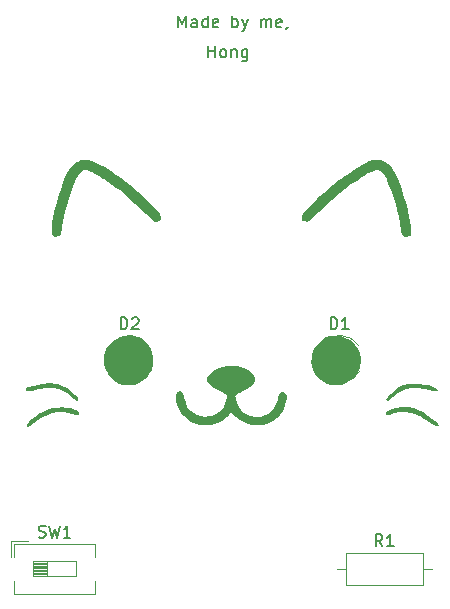
<source format=gbr>
%TF.GenerationSoftware,KiCad,Pcbnew,7.0.7*%
%TF.CreationDate,2023-09-10T14:40:22-07:00*%
%TF.ProjectId,cat-project,6361742d-7072-46f6-9a65-63742e6b6963,rev?*%
%TF.SameCoordinates,Original*%
%TF.FileFunction,Legend,Top*%
%TF.FilePolarity,Positive*%
%FSLAX46Y46*%
G04 Gerber Fmt 4.6, Leading zero omitted, Abs format (unit mm)*
G04 Created by KiCad (PCBNEW 7.0.7) date 2023-09-10 14:40:22*
%MOMM*%
%LPD*%
G01*
G04 APERTURE LIST*
%ADD10C,0.150000*%
%ADD11C,0.120000*%
G04 APERTURE END LIST*
D10*
X185756779Y-40509819D02*
X185756779Y-39509819D01*
X185756779Y-39986009D02*
X186328207Y-39986009D01*
X186328207Y-40509819D02*
X186328207Y-39509819D01*
X186947255Y-40509819D02*
X186852017Y-40462200D01*
X186852017Y-40462200D02*
X186804398Y-40414580D01*
X186804398Y-40414580D02*
X186756779Y-40319342D01*
X186756779Y-40319342D02*
X186756779Y-40033628D01*
X186756779Y-40033628D02*
X186804398Y-39938390D01*
X186804398Y-39938390D02*
X186852017Y-39890771D01*
X186852017Y-39890771D02*
X186947255Y-39843152D01*
X186947255Y-39843152D02*
X187090112Y-39843152D01*
X187090112Y-39843152D02*
X187185350Y-39890771D01*
X187185350Y-39890771D02*
X187232969Y-39938390D01*
X187232969Y-39938390D02*
X187280588Y-40033628D01*
X187280588Y-40033628D02*
X187280588Y-40319342D01*
X187280588Y-40319342D02*
X187232969Y-40414580D01*
X187232969Y-40414580D02*
X187185350Y-40462200D01*
X187185350Y-40462200D02*
X187090112Y-40509819D01*
X187090112Y-40509819D02*
X186947255Y-40509819D01*
X187709160Y-39843152D02*
X187709160Y-40509819D01*
X187709160Y-39938390D02*
X187756779Y-39890771D01*
X187756779Y-39890771D02*
X187852017Y-39843152D01*
X187852017Y-39843152D02*
X187994874Y-39843152D01*
X187994874Y-39843152D02*
X188090112Y-39890771D01*
X188090112Y-39890771D02*
X188137731Y-39986009D01*
X188137731Y-39986009D02*
X188137731Y-40509819D01*
X189042493Y-39843152D02*
X189042493Y-40652676D01*
X189042493Y-40652676D02*
X188994874Y-40747914D01*
X188994874Y-40747914D02*
X188947255Y-40795533D01*
X188947255Y-40795533D02*
X188852017Y-40843152D01*
X188852017Y-40843152D02*
X188709160Y-40843152D01*
X188709160Y-40843152D02*
X188613922Y-40795533D01*
X189042493Y-40462200D02*
X188947255Y-40509819D01*
X188947255Y-40509819D02*
X188756779Y-40509819D01*
X188756779Y-40509819D02*
X188661541Y-40462200D01*
X188661541Y-40462200D02*
X188613922Y-40414580D01*
X188613922Y-40414580D02*
X188566303Y-40319342D01*
X188566303Y-40319342D02*
X188566303Y-40033628D01*
X188566303Y-40033628D02*
X188613922Y-39938390D01*
X188613922Y-39938390D02*
X188661541Y-39890771D01*
X188661541Y-39890771D02*
X188756779Y-39843152D01*
X188756779Y-39843152D02*
X188947255Y-39843152D01*
X188947255Y-39843152D02*
X189042493Y-39890771D01*
X183216779Y-37969819D02*
X183216779Y-36969819D01*
X183216779Y-36969819D02*
X183550112Y-37684104D01*
X183550112Y-37684104D02*
X183883445Y-36969819D01*
X183883445Y-36969819D02*
X183883445Y-37969819D01*
X184788207Y-37969819D02*
X184788207Y-37446009D01*
X184788207Y-37446009D02*
X184740588Y-37350771D01*
X184740588Y-37350771D02*
X184645350Y-37303152D01*
X184645350Y-37303152D02*
X184454874Y-37303152D01*
X184454874Y-37303152D02*
X184359636Y-37350771D01*
X184788207Y-37922200D02*
X184692969Y-37969819D01*
X184692969Y-37969819D02*
X184454874Y-37969819D01*
X184454874Y-37969819D02*
X184359636Y-37922200D01*
X184359636Y-37922200D02*
X184312017Y-37826961D01*
X184312017Y-37826961D02*
X184312017Y-37731723D01*
X184312017Y-37731723D02*
X184359636Y-37636485D01*
X184359636Y-37636485D02*
X184454874Y-37588866D01*
X184454874Y-37588866D02*
X184692969Y-37588866D01*
X184692969Y-37588866D02*
X184788207Y-37541247D01*
X185692969Y-37969819D02*
X185692969Y-36969819D01*
X185692969Y-37922200D02*
X185597731Y-37969819D01*
X185597731Y-37969819D02*
X185407255Y-37969819D01*
X185407255Y-37969819D02*
X185312017Y-37922200D01*
X185312017Y-37922200D02*
X185264398Y-37874580D01*
X185264398Y-37874580D02*
X185216779Y-37779342D01*
X185216779Y-37779342D02*
X185216779Y-37493628D01*
X185216779Y-37493628D02*
X185264398Y-37398390D01*
X185264398Y-37398390D02*
X185312017Y-37350771D01*
X185312017Y-37350771D02*
X185407255Y-37303152D01*
X185407255Y-37303152D02*
X185597731Y-37303152D01*
X185597731Y-37303152D02*
X185692969Y-37350771D01*
X186550112Y-37922200D02*
X186454874Y-37969819D01*
X186454874Y-37969819D02*
X186264398Y-37969819D01*
X186264398Y-37969819D02*
X186169160Y-37922200D01*
X186169160Y-37922200D02*
X186121541Y-37826961D01*
X186121541Y-37826961D02*
X186121541Y-37446009D01*
X186121541Y-37446009D02*
X186169160Y-37350771D01*
X186169160Y-37350771D02*
X186264398Y-37303152D01*
X186264398Y-37303152D02*
X186454874Y-37303152D01*
X186454874Y-37303152D02*
X186550112Y-37350771D01*
X186550112Y-37350771D02*
X186597731Y-37446009D01*
X186597731Y-37446009D02*
X186597731Y-37541247D01*
X186597731Y-37541247D02*
X186121541Y-37636485D01*
X187788208Y-37969819D02*
X187788208Y-36969819D01*
X187788208Y-37350771D02*
X187883446Y-37303152D01*
X187883446Y-37303152D02*
X188073922Y-37303152D01*
X188073922Y-37303152D02*
X188169160Y-37350771D01*
X188169160Y-37350771D02*
X188216779Y-37398390D01*
X188216779Y-37398390D02*
X188264398Y-37493628D01*
X188264398Y-37493628D02*
X188264398Y-37779342D01*
X188264398Y-37779342D02*
X188216779Y-37874580D01*
X188216779Y-37874580D02*
X188169160Y-37922200D01*
X188169160Y-37922200D02*
X188073922Y-37969819D01*
X188073922Y-37969819D02*
X187883446Y-37969819D01*
X187883446Y-37969819D02*
X187788208Y-37922200D01*
X188597732Y-37303152D02*
X188835827Y-37969819D01*
X189073922Y-37303152D02*
X188835827Y-37969819D01*
X188835827Y-37969819D02*
X188740589Y-38207914D01*
X188740589Y-38207914D02*
X188692970Y-38255533D01*
X188692970Y-38255533D02*
X188597732Y-38303152D01*
X190216780Y-37969819D02*
X190216780Y-37303152D01*
X190216780Y-37398390D02*
X190264399Y-37350771D01*
X190264399Y-37350771D02*
X190359637Y-37303152D01*
X190359637Y-37303152D02*
X190502494Y-37303152D01*
X190502494Y-37303152D02*
X190597732Y-37350771D01*
X190597732Y-37350771D02*
X190645351Y-37446009D01*
X190645351Y-37446009D02*
X190645351Y-37969819D01*
X190645351Y-37446009D02*
X190692970Y-37350771D01*
X190692970Y-37350771D02*
X190788208Y-37303152D01*
X190788208Y-37303152D02*
X190931065Y-37303152D01*
X190931065Y-37303152D02*
X191026304Y-37350771D01*
X191026304Y-37350771D02*
X191073923Y-37446009D01*
X191073923Y-37446009D02*
X191073923Y-37969819D01*
X191931065Y-37922200D02*
X191835827Y-37969819D01*
X191835827Y-37969819D02*
X191645351Y-37969819D01*
X191645351Y-37969819D02*
X191550113Y-37922200D01*
X191550113Y-37922200D02*
X191502494Y-37826961D01*
X191502494Y-37826961D02*
X191502494Y-37446009D01*
X191502494Y-37446009D02*
X191550113Y-37350771D01*
X191550113Y-37350771D02*
X191645351Y-37303152D01*
X191645351Y-37303152D02*
X191835827Y-37303152D01*
X191835827Y-37303152D02*
X191931065Y-37350771D01*
X191931065Y-37350771D02*
X191978684Y-37446009D01*
X191978684Y-37446009D02*
X191978684Y-37541247D01*
X191978684Y-37541247D02*
X191502494Y-37636485D01*
X192454875Y-37922200D02*
X192454875Y-37969819D01*
X192454875Y-37969819D02*
X192407256Y-38065057D01*
X192407256Y-38065057D02*
X192359637Y-38112676D01*
X200493333Y-81904819D02*
X200160000Y-81428628D01*
X199921905Y-81904819D02*
X199921905Y-80904819D01*
X199921905Y-80904819D02*
X200302857Y-80904819D01*
X200302857Y-80904819D02*
X200398095Y-80952438D01*
X200398095Y-80952438D02*
X200445714Y-81000057D01*
X200445714Y-81000057D02*
X200493333Y-81095295D01*
X200493333Y-81095295D02*
X200493333Y-81238152D01*
X200493333Y-81238152D02*
X200445714Y-81333390D01*
X200445714Y-81333390D02*
X200398095Y-81381009D01*
X200398095Y-81381009D02*
X200302857Y-81428628D01*
X200302857Y-81428628D02*
X199921905Y-81428628D01*
X201445714Y-81904819D02*
X200874286Y-81904819D01*
X201160000Y-81904819D02*
X201160000Y-80904819D01*
X201160000Y-80904819D02*
X201064762Y-81047676D01*
X201064762Y-81047676D02*
X200969524Y-81142914D01*
X200969524Y-81142914D02*
X200874286Y-81190533D01*
X196111905Y-63534819D02*
X196111905Y-62534819D01*
X196111905Y-62534819D02*
X196350000Y-62534819D01*
X196350000Y-62534819D02*
X196492857Y-62582438D01*
X196492857Y-62582438D02*
X196588095Y-62677676D01*
X196588095Y-62677676D02*
X196635714Y-62772914D01*
X196635714Y-62772914D02*
X196683333Y-62963390D01*
X196683333Y-62963390D02*
X196683333Y-63106247D01*
X196683333Y-63106247D02*
X196635714Y-63296723D01*
X196635714Y-63296723D02*
X196588095Y-63391961D01*
X196588095Y-63391961D02*
X196492857Y-63487200D01*
X196492857Y-63487200D02*
X196350000Y-63534819D01*
X196350000Y-63534819D02*
X196111905Y-63534819D01*
X197635714Y-63534819D02*
X197064286Y-63534819D01*
X197350000Y-63534819D02*
X197350000Y-62534819D01*
X197350000Y-62534819D02*
X197254762Y-62677676D01*
X197254762Y-62677676D02*
X197159524Y-62772914D01*
X197159524Y-62772914D02*
X197064286Y-62820533D01*
X171396667Y-81117200D02*
X171539524Y-81164819D01*
X171539524Y-81164819D02*
X171777619Y-81164819D01*
X171777619Y-81164819D02*
X171872857Y-81117200D01*
X171872857Y-81117200D02*
X171920476Y-81069580D01*
X171920476Y-81069580D02*
X171968095Y-80974342D01*
X171968095Y-80974342D02*
X171968095Y-80879104D01*
X171968095Y-80879104D02*
X171920476Y-80783866D01*
X171920476Y-80783866D02*
X171872857Y-80736247D01*
X171872857Y-80736247D02*
X171777619Y-80688628D01*
X171777619Y-80688628D02*
X171587143Y-80641009D01*
X171587143Y-80641009D02*
X171491905Y-80593390D01*
X171491905Y-80593390D02*
X171444286Y-80545771D01*
X171444286Y-80545771D02*
X171396667Y-80450533D01*
X171396667Y-80450533D02*
X171396667Y-80355295D01*
X171396667Y-80355295D02*
X171444286Y-80260057D01*
X171444286Y-80260057D02*
X171491905Y-80212438D01*
X171491905Y-80212438D02*
X171587143Y-80164819D01*
X171587143Y-80164819D02*
X171825238Y-80164819D01*
X171825238Y-80164819D02*
X171968095Y-80212438D01*
X172301429Y-80164819D02*
X172539524Y-81164819D01*
X172539524Y-81164819D02*
X172730000Y-80450533D01*
X172730000Y-80450533D02*
X172920476Y-81164819D01*
X172920476Y-81164819D02*
X173158572Y-80164819D01*
X174063333Y-81164819D02*
X173491905Y-81164819D01*
X173777619Y-81164819D02*
X173777619Y-80164819D01*
X173777619Y-80164819D02*
X173682381Y-80307676D01*
X173682381Y-80307676D02*
X173587143Y-80402914D01*
X173587143Y-80402914D02*
X173491905Y-80450533D01*
X178331905Y-63534819D02*
X178331905Y-62534819D01*
X178331905Y-62534819D02*
X178570000Y-62534819D01*
X178570000Y-62534819D02*
X178712857Y-62582438D01*
X178712857Y-62582438D02*
X178808095Y-62677676D01*
X178808095Y-62677676D02*
X178855714Y-62772914D01*
X178855714Y-62772914D02*
X178903333Y-62963390D01*
X178903333Y-62963390D02*
X178903333Y-63106247D01*
X178903333Y-63106247D02*
X178855714Y-63296723D01*
X178855714Y-63296723D02*
X178808095Y-63391961D01*
X178808095Y-63391961D02*
X178712857Y-63487200D01*
X178712857Y-63487200D02*
X178570000Y-63534819D01*
X178570000Y-63534819D02*
X178331905Y-63534819D01*
X179284286Y-62630057D02*
X179331905Y-62582438D01*
X179331905Y-62582438D02*
X179427143Y-62534819D01*
X179427143Y-62534819D02*
X179665238Y-62534819D01*
X179665238Y-62534819D02*
X179760476Y-62582438D01*
X179760476Y-62582438D02*
X179808095Y-62630057D01*
X179808095Y-62630057D02*
X179855714Y-62725295D01*
X179855714Y-62725295D02*
X179855714Y-62820533D01*
X179855714Y-62820533D02*
X179808095Y-62963390D01*
X179808095Y-62963390D02*
X179236667Y-63534819D01*
X179236667Y-63534819D02*
X179855714Y-63534819D01*
%TO.C,G\u002A\u002A\u002A*%
G36*
X175562421Y-49236087D02*
G01*
X175880028Y-49310701D01*
X176228598Y-49434920D01*
X176609827Y-49609598D01*
X177025412Y-49835589D01*
X177477048Y-50113744D01*
X177966434Y-50444917D01*
X178494906Y-50829692D01*
X178806854Y-51069776D01*
X179131322Y-51330317D01*
X179461928Y-51605443D01*
X179792291Y-51889281D01*
X180116027Y-52175958D01*
X180426756Y-52459600D01*
X180718095Y-52734334D01*
X180983661Y-52994288D01*
X181217074Y-53233588D01*
X181411951Y-53446361D01*
X181561910Y-53626733D01*
X181619698Y-53705310D01*
X181696952Y-53829662D01*
X181735989Y-53932254D01*
X181746926Y-54039815D01*
X181746927Y-54041526D01*
X181740723Y-54136298D01*
X181713367Y-54207501D01*
X181651739Y-54281235D01*
X181602768Y-54328332D01*
X181502925Y-54408003D01*
X181414100Y-54455264D01*
X181377729Y-54462803D01*
X181322307Y-54452961D01*
X181252281Y-54420708D01*
X181162568Y-54361955D01*
X181048086Y-54272611D01*
X180903752Y-54148589D01*
X180724483Y-53985798D01*
X180505196Y-53780148D01*
X180373805Y-53655048D01*
X179952771Y-53255600D01*
X179570237Y-52899629D01*
X179218079Y-52580477D01*
X178888174Y-52291488D01*
X178572397Y-52026003D01*
X178262624Y-51777367D01*
X177950731Y-51538921D01*
X177628594Y-51304008D01*
X177288089Y-51065972D01*
X176921092Y-50818154D01*
X176872183Y-50785648D01*
X176504653Y-50550071D01*
X176183005Y-50361922D01*
X175904783Y-50220144D01*
X175667529Y-50123682D01*
X175468788Y-50071481D01*
X175306101Y-50062485D01*
X175223976Y-50077625D01*
X175090708Y-50135081D01*
X174964465Y-50228413D01*
X174841141Y-50363236D01*
X174716630Y-50545163D01*
X174586827Y-50779811D01*
X174447626Y-51072793D01*
X174375173Y-51238343D01*
X174089691Y-51970916D01*
X173838610Y-52751369D01*
X173625566Y-53566418D01*
X173454194Y-54402782D01*
X173375572Y-54890701D01*
X173341042Y-55118443D01*
X173310537Y-55288816D01*
X173280589Y-55412503D01*
X173247731Y-55500188D01*
X173208495Y-55562553D01*
X173159413Y-55610282D01*
X173136381Y-55627573D01*
X173024465Y-55676356D01*
X172886432Y-55694996D01*
X172750366Y-55683105D01*
X172644356Y-55640294D01*
X172636716Y-55634481D01*
X172572170Y-55570852D01*
X172528769Y-55494213D01*
X172502736Y-55390331D01*
X172490291Y-55244975D01*
X172487578Y-55072668D01*
X172501296Y-54798369D01*
X172540360Y-54471077D01*
X172602372Y-54100390D01*
X172684934Y-53695905D01*
X172785647Y-53267219D01*
X172902114Y-52823930D01*
X173031936Y-52375634D01*
X173172715Y-51931931D01*
X173322052Y-51502415D01*
X173477551Y-51096686D01*
X173486802Y-51073854D01*
X173657050Y-50674668D01*
X173819407Y-50336970D01*
X173978011Y-50054847D01*
X174136998Y-49822388D01*
X174300506Y-49633681D01*
X174472669Y-49482815D01*
X174657627Y-49363878D01*
X174698331Y-49342481D01*
X174829886Y-49277926D01*
X174930209Y-49238393D01*
X175025203Y-49217932D01*
X175140771Y-49210594D01*
X175274079Y-49210227D01*
X175562421Y-49236087D01*
G37*
G36*
X200402786Y-49219641D02*
G01*
X200675132Y-49332490D01*
X200934478Y-49504529D01*
X201175693Y-49732682D01*
X201393646Y-50013872D01*
X201493602Y-50175678D01*
X201643100Y-50462843D01*
X201797989Y-50807437D01*
X201955081Y-51198967D01*
X202111188Y-51626936D01*
X202263122Y-52080852D01*
X202407694Y-52550219D01*
X202541717Y-53024543D01*
X202662000Y-53493330D01*
X202765357Y-53946085D01*
X202848599Y-54372314D01*
X202908537Y-54761522D01*
X202922555Y-54879093D01*
X202942499Y-55112886D01*
X202943219Y-55291866D01*
X202922957Y-55427420D01*
X202879957Y-55530934D01*
X202812461Y-55613794D01*
X202808622Y-55617404D01*
X202702507Y-55678882D01*
X202563509Y-55711488D01*
X202423718Y-55707933D01*
X202416459Y-55706505D01*
X202317822Y-55656608D01*
X202220275Y-55559076D01*
X202138519Y-55433371D01*
X202087253Y-55298956D01*
X202080220Y-55261358D01*
X202064622Y-55156653D01*
X202039757Y-55000918D01*
X202008393Y-54810522D01*
X201973300Y-54601834D01*
X201937245Y-54391221D01*
X201902996Y-54195053D01*
X201873322Y-54029697D01*
X201858339Y-53949326D01*
X201751880Y-53459906D01*
X201615265Y-52940546D01*
X201454645Y-52410105D01*
X201276172Y-51887445D01*
X201085998Y-51391424D01*
X200890274Y-50940904D01*
X200847842Y-50851347D01*
X200715734Y-50596661D01*
X200585686Y-50392537D01*
X200452156Y-50238445D01*
X200309603Y-50133851D01*
X200152483Y-50078226D01*
X199975255Y-50071036D01*
X199772378Y-50111750D01*
X199538309Y-50199836D01*
X199267506Y-50334763D01*
X198954427Y-50515997D01*
X198740263Y-50649101D01*
X198298613Y-50939821D01*
X197830312Y-51267827D01*
X197354051Y-51619109D01*
X196888524Y-51979658D01*
X196452423Y-52335466D01*
X196192749Y-52558302D01*
X196019082Y-52712982D01*
X195826968Y-52888418D01*
X195610435Y-53090223D01*
X195363512Y-53324007D01*
X195080226Y-53595384D01*
X194763709Y-53901141D01*
X194614458Y-54043053D01*
X194474271Y-54171349D01*
X194353561Y-54276877D01*
X194262739Y-54350483D01*
X194218987Y-54380033D01*
X194077939Y-54418522D01*
X193920970Y-54408306D01*
X193777123Y-54352307D01*
X193748139Y-54332651D01*
X193695564Y-54283310D01*
X193669127Y-54222364D01*
X193660551Y-54125837D01*
X193660241Y-54078023D01*
X193666625Y-53964120D01*
X193691250Y-53870104D01*
X193743705Y-53768178D01*
X193794521Y-53688647D01*
X193854649Y-53610779D01*
X193955465Y-53494394D01*
X194088320Y-53348438D01*
X194244563Y-53181860D01*
X194415545Y-53003607D01*
X194592615Y-52822628D01*
X194767123Y-52647871D01*
X194930420Y-52488282D01*
X195073856Y-52352810D01*
X195165795Y-52270152D01*
X195510428Y-51972263D01*
X195815114Y-51713141D01*
X196089800Y-51484672D01*
X196344436Y-51278746D01*
X196588971Y-51087250D01*
X196833352Y-50902072D01*
X196945849Y-50818697D01*
X197151711Y-50667477D01*
X197317559Y-50546865D01*
X197458214Y-50446477D01*
X197588497Y-50355933D01*
X197723232Y-50264849D01*
X197877240Y-50162843D01*
X197955687Y-50111327D01*
X198355761Y-49858803D01*
X198730716Y-49641747D01*
X199075507Y-49462642D01*
X199385087Y-49323972D01*
X199654413Y-49228221D01*
X199839618Y-49183826D01*
X200122571Y-49169061D01*
X200402786Y-49219641D01*
G37*
G36*
X196674990Y-64102161D02*
G01*
X196855491Y-64114299D01*
X197012019Y-64140484D01*
X197165599Y-64185530D01*
X197337259Y-64254249D01*
X197544906Y-64349968D01*
X197758548Y-64475679D01*
X197973255Y-64644341D01*
X198172523Y-64839771D01*
X198339848Y-65045789D01*
X198458545Y-65245822D01*
X198582672Y-65581841D01*
X198653759Y-65932935D01*
X198670790Y-66284744D01*
X198632750Y-66622905D01*
X198571687Y-66847033D01*
X198421508Y-67177790D01*
X198218742Y-67473763D01*
X197971135Y-67730565D01*
X197686431Y-67943805D01*
X197372375Y-68109096D01*
X197036711Y-68222049D01*
X196687184Y-68278274D01*
X196331540Y-68273383D01*
X196115828Y-68238718D01*
X195832982Y-68149487D01*
X195544624Y-68009701D01*
X195272116Y-67831773D01*
X195036820Y-67628115D01*
X195001504Y-67591231D01*
X194788513Y-67312711D01*
X194627836Y-66997262D01*
X194522213Y-66655173D01*
X194474383Y-66296733D01*
X194487084Y-65932232D01*
X194514623Y-65762336D01*
X194623336Y-65384321D01*
X194785583Y-65044223D01*
X194998216Y-64746066D01*
X195258089Y-64493869D01*
X195562057Y-64291656D01*
X195728052Y-64211214D01*
X195836284Y-64165938D01*
X195925231Y-64134891D01*
X196012203Y-64115386D01*
X196114507Y-64104738D01*
X196249453Y-64100261D01*
X196434350Y-64099268D01*
X196449488Y-64099260D01*
X196674990Y-64102161D01*
G37*
G36*
X179427636Y-64143010D02*
G01*
X179787919Y-64223757D01*
X180107138Y-64358766D01*
X180386085Y-64548386D01*
X180625551Y-64792969D01*
X180664931Y-64843398D01*
X180870854Y-65169866D01*
X181012803Y-65514598D01*
X181090809Y-65871558D01*
X181104904Y-66234710D01*
X181055119Y-66598020D01*
X180941488Y-66955451D01*
X180764041Y-67300968D01*
X180651109Y-67467763D01*
X180425248Y-67718843D01*
X180152679Y-67929363D01*
X179844582Y-68095319D01*
X179512137Y-68212708D01*
X179166524Y-68277524D01*
X178818922Y-68285765D01*
X178499868Y-68238230D01*
X178215430Y-68138570D01*
X177933075Y-67982966D01*
X177667614Y-67782741D01*
X177433861Y-67549220D01*
X177246627Y-67293727D01*
X177231840Y-67268797D01*
X177087221Y-66988991D01*
X176991898Y-66723589D01*
X176939077Y-66447741D01*
X176921959Y-66136599D01*
X176921955Y-66135849D01*
X176935605Y-65819036D01*
X176982453Y-65547918D01*
X177066843Y-65306104D01*
X177193122Y-65077202D01*
X177208861Y-65053438D01*
X177445164Y-64751313D01*
X177708502Y-64510145D01*
X178002554Y-64328038D01*
X178331000Y-64203092D01*
X178697520Y-64133408D01*
X179025499Y-64116172D01*
X179427636Y-64143010D01*
G37*
G36*
X203685755Y-68171616D02*
G01*
X204108251Y-68214093D01*
X204473691Y-68283645D01*
X204780280Y-68379873D01*
X205026222Y-68502379D01*
X205139796Y-68584830D01*
X205226829Y-68672640D01*
X205250758Y-68735772D01*
X205212476Y-68773874D01*
X205112873Y-68786594D01*
X204952842Y-68773581D01*
X204750701Y-68738106D01*
X204454342Y-68677348D01*
X204215065Y-68629164D01*
X204022944Y-68592087D01*
X203868052Y-68564653D01*
X203740464Y-68545394D01*
X203630252Y-68532845D01*
X203527491Y-68525540D01*
X203422254Y-68522012D01*
X203304614Y-68520795D01*
X203278733Y-68520700D01*
X202887071Y-68542339D01*
X202525407Y-68612597D01*
X202182777Y-68735654D01*
X201848216Y-68915695D01*
X201510757Y-69156900D01*
X201423304Y-69228379D01*
X201246631Y-69374444D01*
X201113407Y-69479398D01*
X201016065Y-69547786D01*
X200947038Y-69584156D01*
X200898758Y-69593053D01*
X200863660Y-69579024D01*
X200853980Y-69570440D01*
X200837400Y-69522681D01*
X200831159Y-69448516D01*
X200858769Y-69364708D01*
X200935644Y-69252531D01*
X201052859Y-69119682D01*
X201201483Y-68973856D01*
X201372590Y-68822750D01*
X201557250Y-68674059D01*
X201746536Y-68535480D01*
X201931519Y-68414708D01*
X202103272Y-68319440D01*
X202183316Y-68282979D01*
X202345148Y-68229338D01*
X202538378Y-68191389D01*
X202773500Y-68167837D01*
X203061009Y-68157388D01*
X203207999Y-68156610D01*
X203685755Y-68171616D01*
G37*
G36*
X172479046Y-68124612D02*
G01*
X172787486Y-68152280D01*
X173000701Y-68191377D01*
X173400463Y-68318862D01*
X173776124Y-68505426D01*
X174132352Y-68753886D01*
X174473815Y-69067057D01*
X174503324Y-69097820D01*
X174616287Y-69219574D01*
X174688113Y-69306432D01*
X174726919Y-69371047D01*
X174740820Y-69426078D01*
X174739969Y-69466824D01*
X174711990Y-69555939D01*
X174651678Y-69584759D01*
X174559761Y-69552945D01*
X174558248Y-69552064D01*
X174506832Y-69515449D01*
X174415686Y-69444263D01*
X174297164Y-69348370D01*
X174163621Y-69237636D01*
X174147466Y-69224066D01*
X173798538Y-68961274D01*
X173449703Y-68762861D01*
X173091808Y-68625366D01*
X172715694Y-68545331D01*
X172312205Y-68519298D01*
X172281833Y-68519416D01*
X172162298Y-68521145D01*
X172054464Y-68525233D01*
X171948356Y-68533180D01*
X171833997Y-68546484D01*
X171701413Y-68566646D01*
X171540628Y-68595165D01*
X171341666Y-68633541D01*
X171094552Y-68683273D01*
X170826981Y-68738106D01*
X170634433Y-68774842D01*
X170498453Y-68791574D01*
X170409569Y-68786356D01*
X170358309Y-68757242D01*
X170335203Y-68702288D01*
X170330620Y-68636139D01*
X170338135Y-68545571D01*
X170356794Y-68488105D01*
X170362857Y-68481961D01*
X170411693Y-68463986D01*
X170514387Y-68434008D01*
X170658055Y-68395287D01*
X170829816Y-68351086D01*
X171016786Y-68304664D01*
X171206082Y-68259283D01*
X171384822Y-68218205D01*
X171523944Y-68188039D01*
X171823245Y-68142437D01*
X172149622Y-68121313D01*
X172479046Y-68124612D01*
G37*
G36*
X188156855Y-66654735D02*
G01*
X188549047Y-66744491D01*
X188923231Y-66886496D01*
X189162806Y-67013263D01*
X189352351Y-67149252D01*
X189514104Y-67308933D01*
X189638740Y-67479817D01*
X189716933Y-67649416D01*
X189739926Y-67786170D01*
X189711075Y-67926392D01*
X189623837Y-68075219D01*
X189476721Y-68233938D01*
X189268235Y-68403833D01*
X188996888Y-68586191D01*
X188661189Y-68782295D01*
X188456361Y-68892404D01*
X188310512Y-68969542D01*
X188187140Y-69036055D01*
X188098746Y-69085113D01*
X188057831Y-69109889D01*
X188057132Y-69110479D01*
X188049743Y-69155542D01*
X188058369Y-69249456D01*
X188079680Y-69375396D01*
X188110349Y-69516537D01*
X188147046Y-69656055D01*
X188186444Y-69777126D01*
X188191797Y-69791163D01*
X188345824Y-70098266D01*
X188549728Y-70367543D01*
X188795610Y-70593431D01*
X189075571Y-70770369D01*
X189381711Y-70892796D01*
X189706132Y-70955150D01*
X189854924Y-70962127D01*
X190198278Y-70930021D01*
X190523619Y-70834804D01*
X190822529Y-70679942D01*
X191086593Y-70468902D01*
X191110723Y-70444877D01*
X191346825Y-70161791D01*
X191519207Y-69855382D01*
X191629902Y-69521395D01*
X191671458Y-69271895D01*
X191712240Y-69069634D01*
X191784779Y-68926001D01*
X191886810Y-68843078D01*
X192013694Y-68807017D01*
X192127932Y-68827365D01*
X192244814Y-68907870D01*
X192277235Y-68938830D01*
X192345487Y-69015159D01*
X192388505Y-69090697D01*
X192407599Y-69179182D01*
X192404080Y-69294357D01*
X192379258Y-69449960D01*
X192342539Y-69623599D01*
X192217660Y-70042686D01*
X192040331Y-70421479D01*
X191813699Y-70756831D01*
X191540914Y-71045592D01*
X191225123Y-71284612D01*
X190869475Y-71470742D01*
X190477119Y-71600832D01*
X190334741Y-71631963D01*
X189919910Y-71678322D01*
X189515801Y-71657928D01*
X189125863Y-71572106D01*
X188753543Y-71422180D01*
X188402289Y-71209472D01*
X188075549Y-70935307D01*
X187833258Y-70671563D01*
X187692484Y-70500404D01*
X187613571Y-70603099D01*
X187470956Y-70768186D01*
X187293046Y-70943285D01*
X187096361Y-71114549D01*
X186897420Y-71268129D01*
X186712741Y-71390178D01*
X186607844Y-71446195D01*
X186457959Y-71509049D01*
X186292916Y-71568071D01*
X186197062Y-71597007D01*
X186008444Y-71633543D01*
X185778975Y-71656794D01*
X185533753Y-71666018D01*
X185297875Y-71660478D01*
X185096437Y-71639433D01*
X185050297Y-71630803D01*
X184668201Y-71519161D01*
X184312574Y-71354857D01*
X183989084Y-71143938D01*
X183703400Y-70892451D01*
X183461187Y-70606443D01*
X183268115Y-70291961D01*
X183129851Y-69955051D01*
X183052062Y-69601762D01*
X183040918Y-69486990D01*
X183032821Y-69261635D01*
X183044282Y-69091430D01*
X183077214Y-68965368D01*
X183133531Y-68872449D01*
X183151144Y-68853453D01*
X183259174Y-68784405D01*
X183375357Y-68782935D01*
X183488817Y-68843184D01*
X183566115Y-68918165D01*
X183627320Y-69014663D01*
X183678126Y-69145884D01*
X183724226Y-69325036D01*
X183749430Y-69447711D01*
X183839123Y-69790871D01*
X183966646Y-70081814D01*
X184135581Y-70327607D01*
X184263182Y-70460879D01*
X184528785Y-70662645D01*
X184821747Y-70807579D01*
X185133296Y-70896730D01*
X185454661Y-70931146D01*
X185777069Y-70911875D01*
X186091751Y-70839964D01*
X186389933Y-70716462D01*
X186662844Y-70542416D01*
X186901714Y-70318874D01*
X187047430Y-70128269D01*
X187175741Y-69888889D01*
X187268190Y-69624614D01*
X187315339Y-69363906D01*
X187318675Y-69310373D01*
X187326712Y-69099235D01*
X186879589Y-68858445D01*
X186702423Y-68761205D01*
X186529602Y-68663120D01*
X186378444Y-68574230D01*
X186266266Y-68504574D01*
X186246300Y-68491314D01*
X186056566Y-68349599D01*
X185892247Y-68201727D01*
X185761578Y-68057032D01*
X185672790Y-67924847D01*
X185634116Y-67814506D01*
X185633117Y-67796091D01*
X185664397Y-67654265D01*
X185750611Y-67494951D01*
X185883865Y-67327866D01*
X186056269Y-67162731D01*
X186259930Y-67009266D01*
X186285772Y-66992305D01*
X186613719Y-66819694D01*
X186975087Y-66699707D01*
X187359590Y-66632268D01*
X187756941Y-66617303D01*
X188156855Y-66654735D01*
G37*
G36*
X202769805Y-70135944D02*
G01*
X203140415Y-70227493D01*
X203521355Y-70374402D01*
X203918378Y-70578008D01*
X204337236Y-70839649D01*
X204690264Y-71090423D01*
X204912284Y-71262524D01*
X205076037Y-71405649D01*
X205184023Y-71522351D01*
X205238744Y-71615185D01*
X205247062Y-71658959D01*
X205218450Y-71700311D01*
X205143141Y-71714765D01*
X205036931Y-71703393D01*
X204915614Y-71667267D01*
X204836280Y-71631093D01*
X204729397Y-71569645D01*
X204595559Y-71485832D01*
X204463228Y-71397495D01*
X204459731Y-71395067D01*
X204218165Y-71228453D01*
X204020675Y-71095906D01*
X203856173Y-70990937D01*
X203713576Y-70907060D01*
X203581797Y-70837787D01*
X203449751Y-70776629D01*
X203306352Y-70717101D01*
X203290545Y-70710823D01*
X202879108Y-70584495D01*
X202450560Y-70523380D01*
X202268342Y-70517520D01*
X202042738Y-70524295D01*
X201839928Y-70547681D01*
X201634855Y-70592274D01*
X201402463Y-70662668D01*
X201316235Y-70692089D01*
X201120519Y-70754749D01*
X200978446Y-70785348D01*
X200882628Y-70782847D01*
X200825675Y-70746211D01*
X200800199Y-70674400D01*
X200796927Y-70619158D01*
X200829491Y-70545546D01*
X200922530Y-70464928D01*
X201069062Y-70382007D01*
X201262108Y-70301486D01*
X201275640Y-70296611D01*
X201662443Y-70180089D01*
X202036571Y-70113580D01*
X202403774Y-70098419D01*
X202769805Y-70135944D01*
G37*
G36*
X173755635Y-70171591D02*
G01*
X174110136Y-70231929D01*
X174428662Y-70327808D01*
X174552119Y-70380550D01*
X174702367Y-70470531D01*
X174785075Y-70565583D01*
X174799907Y-70665237D01*
X174786345Y-70707197D01*
X174731449Y-70768818D01*
X174637544Y-70790598D01*
X174499364Y-70772490D01*
X174311643Y-70714447D01*
X174279911Y-70702679D01*
X173891122Y-70584174D01*
X173511394Y-70528222D01*
X173125528Y-70533357D01*
X172874154Y-70566994D01*
X172666631Y-70606268D01*
X172496714Y-70646709D01*
X172340506Y-70695948D01*
X172174112Y-70761615D01*
X171973636Y-70851340D01*
X171951481Y-70861610D01*
X171725301Y-70971551D01*
X171534304Y-71077461D01*
X171355468Y-71193887D01*
X171165769Y-71335371D01*
X171032342Y-71442268D01*
X170841184Y-71593130D01*
X170692097Y-71697908D01*
X170579028Y-71759217D01*
X170495929Y-71779672D01*
X170436749Y-71761890D01*
X170399249Y-71715942D01*
X170388694Y-71626721D01*
X170434467Y-71514998D01*
X170530121Y-71385589D01*
X170669207Y-71243308D01*
X170845275Y-71092972D01*
X171051878Y-70939394D01*
X171282565Y-70787390D01*
X171530889Y-70641776D01*
X171790401Y-70507366D01*
X172054652Y-70388976D01*
X172298949Y-70297489D01*
X172636815Y-70209744D01*
X173002921Y-70159907D01*
X173381212Y-70147387D01*
X173755635Y-70171591D01*
G37*
D11*
%TO.C,R1*%
X196620000Y-83820000D02*
X197390000Y-83820000D01*
X197390000Y-82450000D02*
X197390000Y-85190000D01*
X197390000Y-85190000D02*
X203930000Y-85190000D01*
X203930000Y-82450000D02*
X197390000Y-82450000D01*
X203930000Y-85190000D02*
X203930000Y-82450000D01*
X204700000Y-83820000D02*
X203930000Y-83820000D01*
%TO.C,D1*%
X195290000Y-64804000D02*
X195290000Y-64960000D01*
X195290000Y-67120000D02*
X195290000Y-67276000D01*
X198522334Y-64961392D02*
G75*
G03*
X195290001Y-64804485I-1672334J-1078608D01*
G01*
X197891129Y-64960164D02*
G75*
G03*
X195809040Y-64960001I-1041129J-1079836D01*
G01*
X195809040Y-67119999D02*
G75*
G03*
X197891129Y-67119836I1040960J1079999D01*
G01*
X195290001Y-67275515D02*
G75*
G03*
X198522334Y-67118608I1559999J1235515D01*
G01*
%TO.C,SW1*%
X176141000Y-84810000D02*
X176141000Y-85930000D01*
X176141000Y-81710000D02*
X176141000Y-82830000D01*
X174540000Y-84455000D02*
X174540000Y-83185000D01*
X174540000Y-83185000D02*
X170920000Y-83185000D01*
X172126667Y-83185000D02*
X172126667Y-84455000D01*
X170920000Y-84455000D02*
X174540000Y-84455000D01*
X170920000Y-84385000D02*
X172126667Y-84385000D01*
X170920000Y-84265000D02*
X172126667Y-84265000D01*
X170920000Y-84145000D02*
X172126667Y-84145000D01*
X170920000Y-84025000D02*
X172126667Y-84025000D01*
X170920000Y-83905000D02*
X172126667Y-83905000D01*
X170920000Y-83785000D02*
X172126667Y-83785000D01*
X170920000Y-83665000D02*
X172126667Y-83665000D01*
X170920000Y-83545000D02*
X172126667Y-83545000D01*
X170920000Y-83425000D02*
X172126667Y-83425000D01*
X170920000Y-83305000D02*
X172126667Y-83305000D01*
X170920000Y-83185000D02*
X170920000Y-84455000D01*
X169320000Y-85930000D02*
X176141000Y-85930000D01*
X169320000Y-84860000D02*
X169320000Y-85930000D01*
X169320000Y-81710000D02*
X176141000Y-81710000D01*
X169320000Y-81710000D02*
X169320000Y-82780000D01*
X169080000Y-81470000D02*
X170463000Y-81470000D01*
X169080000Y-81470000D02*
X169080000Y-82780000D01*
%TO.C,D2*%
X177510000Y-64804000D02*
X177510000Y-64960000D01*
X177510000Y-67120000D02*
X177510000Y-67276000D01*
X180742334Y-64961392D02*
G75*
G03*
X177510001Y-64804485I-1672334J-1078608D01*
G01*
X180111129Y-64960164D02*
G75*
G03*
X178029040Y-64960001I-1041129J-1079836D01*
G01*
X178029040Y-67119999D02*
G75*
G03*
X180111129Y-67119836I1040960J1079999D01*
G01*
X177510001Y-67275515D02*
G75*
G03*
X180742334Y-67118608I1559999J1235515D01*
G01*
%TD*%
M02*

</source>
